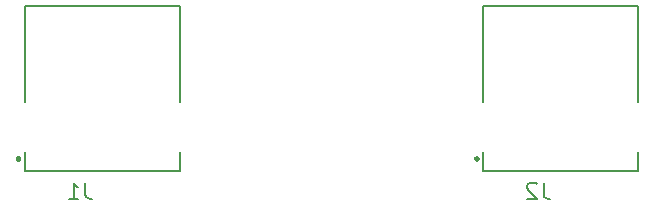
<source format=gbr>
%TF.GenerationSoftware,KiCad,Pcbnew,8.0.2*%
%TF.CreationDate,2025-12-10T20:43:24-08:00*%
%TF.ProjectId,USBHubV3,55534248-7562-4563-932e-6b696361645f,rev?*%
%TF.SameCoordinates,Original*%
%TF.FileFunction,Legend,Bot*%
%TF.FilePolarity,Positive*%
%FSLAX46Y46*%
G04 Gerber Fmt 4.6, Leading zero omitted, Abs format (unit mm)*
G04 Created by KiCad (PCBNEW 8.0.2) date 2025-12-10 20:43:24*
%MOMM*%
%LPD*%
G01*
G04 APERTURE LIST*
%ADD10C,0.150000*%
%ADD11C,0.127000*%
%ADD12C,0.300000*%
G04 APERTURE END LIST*
D10*
X11309790Y-11986973D02*
X11309790Y-12988267D01*
X11309790Y-12988267D02*
X11376542Y-13188526D01*
X11376542Y-13188526D02*
X11510048Y-13322032D01*
X11510048Y-13322032D02*
X11710307Y-13388784D01*
X11710307Y-13388784D02*
X11843813Y-13388784D01*
X9907979Y-13388784D02*
X10709014Y-13388784D01*
X10308496Y-13388784D02*
X10308496Y-11986973D01*
X10308496Y-11986973D02*
X10442002Y-12187232D01*
X10442002Y-12187232D02*
X10575508Y-12320738D01*
X10575508Y-12320738D02*
X10709014Y-12387491D01*
X50109790Y-11986973D02*
X50109790Y-12988267D01*
X50109790Y-12988267D02*
X50176542Y-13188526D01*
X50176542Y-13188526D02*
X50310048Y-13322032D01*
X50310048Y-13322032D02*
X50510307Y-13388784D01*
X50510307Y-13388784D02*
X50643813Y-13388784D01*
X49509014Y-12120479D02*
X49442261Y-12053726D01*
X49442261Y-12053726D02*
X49308755Y-11986973D01*
X49308755Y-11986973D02*
X48974991Y-11986973D01*
X48974991Y-11986973D02*
X48841485Y-12053726D01*
X48841485Y-12053726D02*
X48774732Y-12120479D01*
X48774732Y-12120479D02*
X48707979Y-12253985D01*
X48707979Y-12253985D02*
X48707979Y-12387491D01*
X48707979Y-12387491D02*
X48774732Y-12587750D01*
X48774732Y-12587750D02*
X49575767Y-13388784D01*
X49575767Y-13388784D02*
X48707979Y-13388784D01*
D11*
%TO.C,J1*%
X6185000Y3000000D02*
X19315000Y3000000D01*
X6185000Y-5180000D02*
X6185000Y3000000D01*
X6185000Y-11000000D02*
X6185000Y-9380000D01*
X19315000Y3000000D02*
X19315000Y-5180000D01*
X19315000Y-9380000D02*
X19315000Y-11000000D01*
X19315000Y-11000000D02*
X6185000Y-11000000D01*
D12*
X5750000Y-9980000D02*
G75*
G02*
X5550000Y-9980000I-100000J0D01*
G01*
X5550000Y-9980000D02*
G75*
G02*
X5750000Y-9980000I100000J0D01*
G01*
D11*
%TO.C,J2*%
X44985000Y3000000D02*
X58115000Y3000000D01*
X44985000Y-5180000D02*
X44985000Y3000000D01*
X44985000Y-11000000D02*
X44985000Y-9380000D01*
X58115000Y3000000D02*
X58115000Y-5180000D01*
X58115000Y-9380000D02*
X58115000Y-11000000D01*
X58115000Y-11000000D02*
X44985000Y-11000000D01*
D12*
X44550000Y-9980000D02*
G75*
G02*
X44350000Y-9980000I-100000J0D01*
G01*
X44350000Y-9980000D02*
G75*
G02*
X44550000Y-9980000I100000J0D01*
G01*
%TD*%
M02*

</source>
